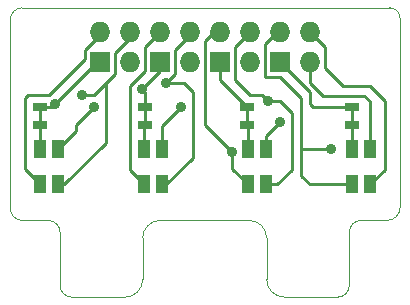
<source format=gtl>
G04 #@! TF.FileFunction,Copper,L1,Top,Signal*
%FSLAX46Y46*%
G04 Gerber Fmt 4.6, Leading zero omitted, Abs format (unit mm)*
G04 Created by KiCad (PCBNEW (2015-01-08 BZR 5360)-product) date 2015-02-02T04:43:26 CET*
%MOMM*%
G01*
G04 APERTURE LIST*
%ADD10C,0.100000*%
%ADD11R,1.727200X1.727200*%
%ADD12O,1.727200X1.727200*%
%ADD13R,1.143000X0.635000*%
%ADD14R,1.100000X1.500000*%
%ADD15C,0.889000*%
%ADD16C,0.254000*%
G04 APERTURE END LIST*
D10*
X91844000Y-77944000D02*
X89644000Y-77944000D01*
X92944000Y-60844000D02*
X92944000Y-76844000D01*
X92044000Y-59944000D02*
X60944000Y-59944000D01*
X60944000Y-77944000D02*
X63244000Y-77944000D01*
X59944000Y-60844000D02*
X59944000Y-76944000D01*
X91844000Y-77944000D02*
G75*
G03X92944000Y-76844000I0J1100000D01*
G01*
X92944000Y-60844000D02*
G75*
G03X92044000Y-59944000I-900000J0D01*
G01*
X59944000Y-76944000D02*
G75*
G03X60944000Y-77944000I1000000J0D01*
G01*
X60944000Y-59944000D02*
G75*
G03X59944000Y-60944000I0J-1000000D01*
G01*
X69644000Y-84444000D02*
X65144000Y-84444000D01*
X71144000Y-79444000D02*
X71144000Y-82944000D01*
X80144000Y-77944000D02*
X72644000Y-77944000D01*
X81644000Y-82944000D02*
X81644000Y-79444000D01*
X87644000Y-84444000D02*
X83144000Y-84444000D01*
X88644000Y-78944000D02*
X88644000Y-83444000D01*
X81644000Y-82944000D02*
G75*
G03X83144000Y-84444000I1500000J0D01*
G01*
X81644000Y-79444000D02*
G75*
G03X80144000Y-77944000I-1500000J0D01*
G01*
X72644000Y-77944000D02*
G75*
G03X71144000Y-79444000I0J-1500000D01*
G01*
X69644000Y-84444000D02*
G75*
G03X71144000Y-82944000I0J1500000D01*
G01*
X64144000Y-78944000D02*
X64144000Y-83444000D01*
X89644000Y-77944000D02*
G75*
G03X88644000Y-78944000I0J-1000000D01*
G01*
X87644000Y-84444000D02*
G75*
G03X88644000Y-83444000I0J1000000D01*
G01*
X64144000Y-83444000D02*
G75*
G03X65144000Y-84444000I1000000J0D01*
G01*
X64144000Y-78944000D02*
G75*
G03X63144000Y-77944000I-1000000J0D01*
G01*
D11*
X67542000Y-64516000D03*
D12*
X67542000Y-61976000D03*
X70082000Y-64516000D03*
X70082000Y-61976000D03*
D11*
X72622000Y-64516000D03*
D12*
X72622000Y-61976000D03*
X75162000Y-64516000D03*
X75162000Y-61976000D03*
D11*
X77702000Y-64516000D03*
D12*
X77702000Y-61976000D03*
X80242000Y-64516000D03*
X80242000Y-61976000D03*
D11*
X82782000Y-64516000D03*
D12*
X82782000Y-61976000D03*
X85322000Y-64516000D03*
X85322000Y-61976000D03*
D13*
X62462000Y-69850000D03*
X62462000Y-68326000D03*
X71352000Y-69850000D03*
X71352000Y-68326000D03*
X79988000Y-69850000D03*
X79988000Y-68326000D03*
X88878000Y-69850000D03*
X88878000Y-68326000D03*
D14*
X88869680Y-74906000D03*
X90369680Y-74906000D03*
X90369680Y-71906000D03*
X88869680Y-71906000D03*
X80071120Y-74906000D03*
X81571120Y-74906000D03*
X81571120Y-71906000D03*
X80071120Y-71906000D03*
X71272560Y-74906000D03*
X72772560Y-74906000D03*
X72772560Y-71906000D03*
X71272560Y-71906000D03*
X62474000Y-74906000D03*
X63974000Y-74906000D03*
X63974000Y-71906000D03*
X62474000Y-71906000D03*
D15*
X66018000Y-67310000D03*
X67034000Y-68326000D03*
X63732000Y-68072000D03*
X73130000Y-66294000D03*
X74400000Y-68326000D03*
X71098000Y-66802000D03*
X78718000Y-72136000D03*
X81766000Y-67818000D03*
X82782000Y-69596000D03*
X87100000Y-71882000D03*
D16*
X66272000Y-64262000D02*
X66272000Y-63500000D01*
X66272000Y-63500000D02*
X67542000Y-62230000D01*
X67542000Y-62230000D02*
X67542000Y-61976000D01*
X67542000Y-61976000D02*
X67542000Y-62230000D01*
X67542000Y-62230000D02*
X66272000Y-63500000D01*
X66272000Y-63500000D02*
X66272000Y-64262000D01*
X66272000Y-64262000D02*
X63224000Y-67310000D01*
X63224000Y-67310000D02*
X61446000Y-67310000D01*
X61446000Y-67310000D02*
X61192000Y-67564000D01*
X61192000Y-67564000D02*
X61192000Y-73624000D01*
X61192000Y-73624000D02*
X62474000Y-74906000D01*
X62474000Y-74906000D02*
X62474000Y-74180000D01*
X63974000Y-74906000D02*
X64518000Y-74906000D01*
X64518000Y-74906000D02*
X68050000Y-71374000D01*
X68050000Y-71374000D02*
X68050000Y-66294000D01*
X68050000Y-66294000D02*
X68812000Y-65532000D01*
X68812000Y-65532000D02*
X68812000Y-63754000D01*
X68812000Y-63754000D02*
X70082000Y-62484000D01*
X70082000Y-62484000D02*
X70082000Y-61976000D01*
X70082000Y-61976000D02*
X70082000Y-62484000D01*
X70082000Y-62484000D02*
X68812000Y-63754000D01*
X68812000Y-63754000D02*
X68812000Y-65532000D01*
X68812000Y-65532000D02*
X67034000Y-67310000D01*
X67034000Y-67310000D02*
X66018000Y-67310000D01*
X67034000Y-68326000D02*
X65510000Y-69850000D01*
X65510000Y-69850000D02*
X65510000Y-70370000D01*
X65510000Y-70370000D02*
X63974000Y-71906000D01*
X63974000Y-72402000D02*
X63974000Y-71906000D01*
X62462000Y-69850000D02*
X62462000Y-68326000D01*
X62462000Y-68326000D02*
X63478000Y-68326000D01*
X63478000Y-68326000D02*
X63732000Y-68072000D01*
X63732000Y-68072000D02*
X67288000Y-64516000D01*
X67288000Y-64516000D02*
X67542000Y-64516000D01*
X62474000Y-71906000D02*
X62474000Y-69862000D01*
X62474000Y-69862000D02*
X62462000Y-69850000D01*
X72622000Y-61976000D02*
X71352000Y-63246000D01*
X70082000Y-73715440D02*
X71272560Y-74906000D01*
X70082000Y-66548000D02*
X70082000Y-73715440D01*
X71352000Y-65278000D02*
X70082000Y-66548000D01*
X71352000Y-63246000D02*
X71352000Y-65278000D01*
X72772560Y-74906000D02*
X73154000Y-74906000D01*
X73154000Y-74906000D02*
X75416000Y-72644000D01*
X75416000Y-72644000D02*
X75416000Y-67056000D01*
X75416000Y-67056000D02*
X74654000Y-66294000D01*
X74654000Y-66294000D02*
X73130000Y-66294000D01*
X75162000Y-61976000D02*
X75162000Y-62230000D01*
X75162000Y-62230000D02*
X73892000Y-63500000D01*
X73892000Y-63500000D02*
X73892000Y-65532000D01*
X73892000Y-65532000D02*
X73130000Y-66294000D01*
X72772560Y-69953440D02*
X72772560Y-71906000D01*
X74400000Y-68326000D02*
X72772560Y-69953440D01*
X72772560Y-72493440D02*
X72772560Y-71906000D01*
X71352000Y-68326000D02*
X71352000Y-67056000D01*
X71352000Y-67056000D02*
X71098000Y-66802000D01*
X72622000Y-64516000D02*
X72622000Y-65278000D01*
X72622000Y-65278000D02*
X71098000Y-66802000D01*
X71272560Y-71906000D02*
X71272560Y-69929440D01*
X71272560Y-69929440D02*
X71352000Y-69850000D01*
X71352000Y-68326000D02*
X71352000Y-69850000D01*
X78718000Y-72136000D02*
X78718000Y-73552880D01*
X78718000Y-73552880D02*
X80071120Y-74906000D01*
X77702000Y-61976000D02*
X77194000Y-61976000D01*
X77194000Y-61976000D02*
X76432000Y-62738000D01*
X76432000Y-62738000D02*
X76432000Y-69850000D01*
X76432000Y-69850000D02*
X78718000Y-72136000D01*
X81571120Y-74906000D02*
X82552000Y-74906000D01*
X82782000Y-67818000D02*
X81766000Y-67818000D01*
X83798000Y-68834000D02*
X82782000Y-67818000D01*
X83798000Y-73660000D02*
X83798000Y-68834000D01*
X82552000Y-74906000D02*
X83798000Y-73660000D01*
X81571120Y-74906000D02*
X82044000Y-74906000D01*
X80242000Y-61976000D02*
X78972000Y-63246000D01*
X78972000Y-63246000D02*
X78972000Y-66040000D01*
X78972000Y-66040000D02*
X80242000Y-67310000D01*
X80242000Y-67310000D02*
X81258000Y-67310000D01*
X81258000Y-67310000D02*
X81766000Y-67818000D01*
X81571120Y-70806880D02*
X81571120Y-71906000D01*
X82782000Y-69596000D02*
X81571120Y-70806880D01*
X77702000Y-64516000D02*
X77702000Y-66040000D01*
X77702000Y-66040000D02*
X79988000Y-68326000D01*
X80071120Y-71906000D02*
X80071120Y-69933120D01*
X80071120Y-69933120D02*
X79988000Y-69850000D01*
X79988000Y-68326000D02*
X79988000Y-69850000D01*
X84560000Y-71882000D02*
X84560000Y-67564000D01*
X87100000Y-71882000D02*
X84560000Y-71882000D01*
X84560000Y-67564000D02*
X82782000Y-65786000D01*
X82782000Y-65786000D02*
X81512000Y-65786000D01*
X81512000Y-65786000D02*
X81512000Y-62992000D01*
X81512000Y-62992000D02*
X82528000Y-61976000D01*
X82528000Y-61976000D02*
X82782000Y-61976000D01*
X88869680Y-74906000D02*
X85298000Y-74906000D01*
X81512000Y-62992000D02*
X82528000Y-61976000D01*
X81512000Y-64770000D02*
X81512000Y-62992000D01*
X81512000Y-65786000D02*
X81512000Y-64770000D01*
X82782000Y-65786000D02*
X81512000Y-65786000D01*
X84560000Y-67564000D02*
X82782000Y-65786000D01*
X84560000Y-74168000D02*
X84560000Y-67564000D01*
X85298000Y-74906000D02*
X84560000Y-74168000D01*
X82528000Y-61976000D02*
X82782000Y-61976000D01*
X85322000Y-61976000D02*
X86338000Y-62992000D01*
X91672000Y-73660000D02*
X90426000Y-74906000D01*
X91672000Y-67818000D02*
X91672000Y-73660000D01*
X90402000Y-66548000D02*
X91672000Y-67818000D01*
X88116000Y-66548000D02*
X90402000Y-66548000D01*
X86592000Y-65024000D02*
X88116000Y-66548000D01*
X86592000Y-63246000D02*
X86592000Y-65024000D01*
X86338000Y-62992000D02*
X86592000Y-63246000D01*
X90426000Y-74906000D02*
X90369680Y-74906000D01*
X90369680Y-71906000D02*
X90369680Y-67850320D01*
X85343788Y-66315788D02*
X85343788Y-64537788D01*
X86402640Y-67374640D02*
X85343788Y-66315788D01*
X89894000Y-67374640D02*
X86402640Y-67374640D01*
X90369680Y-67850320D02*
X89894000Y-67374640D01*
X85343788Y-64537788D02*
X85322000Y-64516000D01*
X88878000Y-68326000D02*
X85576000Y-68326000D01*
X85322000Y-67056000D02*
X82782000Y-64516000D01*
X85322000Y-68072000D02*
X85322000Y-67056000D01*
X85576000Y-68326000D02*
X85322000Y-68072000D01*
X88878000Y-69850000D02*
X88878000Y-71897680D01*
X88878000Y-71897680D02*
X88869680Y-71906000D01*
X88878000Y-68326000D02*
X88878000Y-69850000D01*
M02*

</source>
